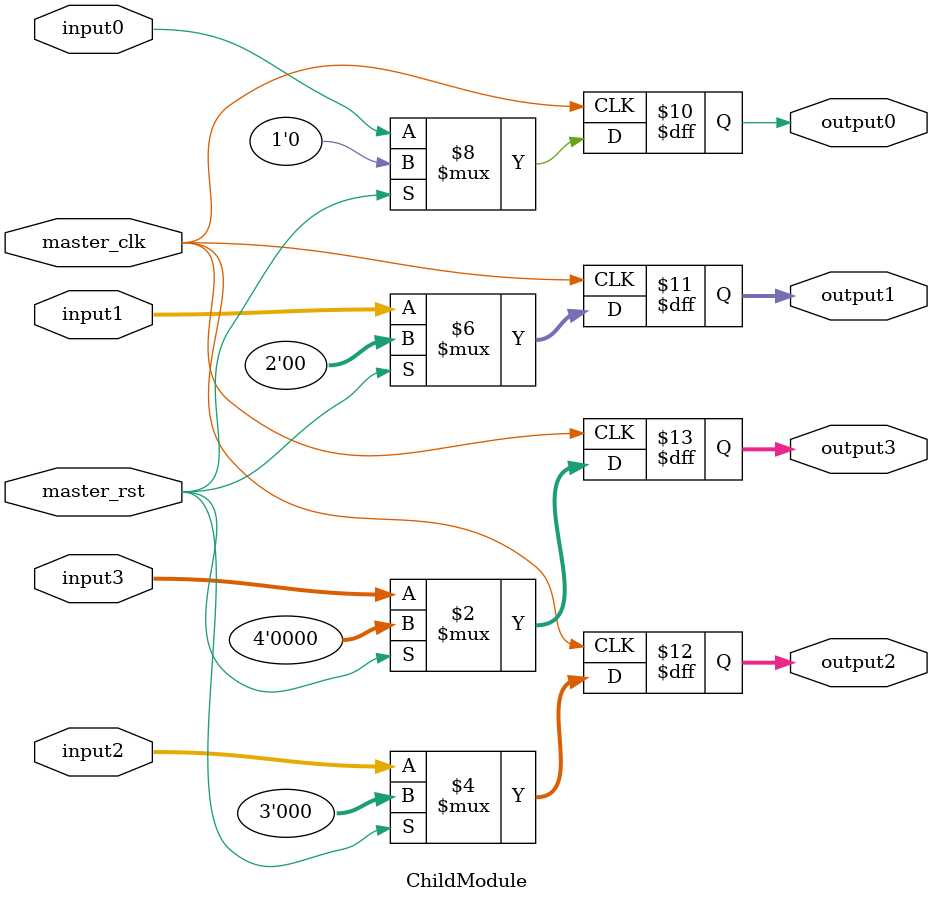
<source format=v>
/* Machine-generated using Migen */
module ChildModule(
	input input0,
	input [1:0] input1,
	input [2:0] input2,
	input [3:0] input3,
	output reg output0,
	output reg [1:0] output1,
	output reg [2:0] output2,
	output reg [3:0] output3,
	input master_clk,
	input master_rst
);



always @(posedge master_clk) begin
	output0 <= input0;
	output1 <= input1;
	output2 <= input2;
	output3 <= input3;
	if (master_rst) begin
		output0 <= 1'd0;
		output1 <= 2'd0;
		output2 <= 3'd0;
		output3 <= 4'd0;
	end
end

endmodule

</source>
